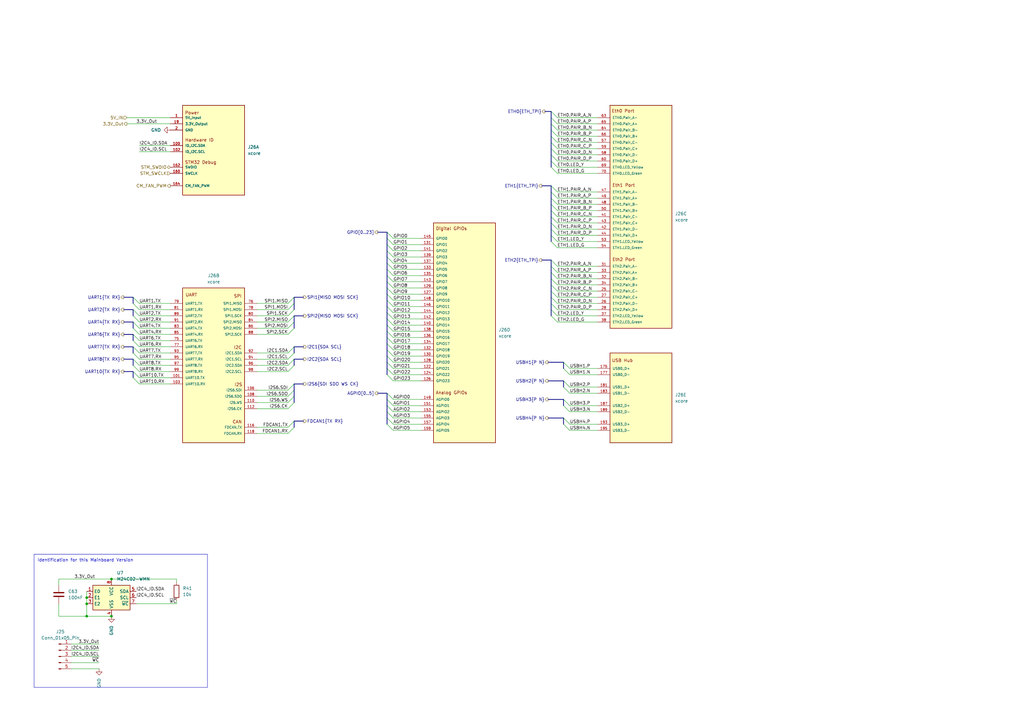
<source format=kicad_sch>
(kicad_sch (version 20231120) (generator "eeschema") (generator_version "8.0")
  (paper "A3")
  (lib_symbols
    (symbol "Connector:Conn_01x05_Pin" (pin_names (offset 1.016) hide)
      (property "Reference" "J" (at 0 7.62 0))
      (property "Value" "Conn_01x05_Pin" (at 0 -7.62 0))
      (symbol "Conn_01x05_Pin_1_1"
        (polyline (pts (xy 1.27 -5.08) (xy 0.8636 -5.08)) (stroke (width 0.1524)))
        (polyline (pts (xy 1.27 -2.54) (xy 0.8636 -2.54)) (stroke (width 0.1524)))
        (polyline (pts (xy 1.27 0) (xy 0.8636 0)) (stroke (width 0.1524)))
        (polyline (pts (xy 1.27 2.54) (xy 0.8636 2.54)) (stroke (width 0.1524)))
        (polyline (pts (xy 1.27 5.08) (xy 0.8636 5.08)) (stroke (width 0.1524)))
        (rectangle (start 0.8636 -4.953) (end 0 -5.207) (stroke (width 0.1524)) (fill (type outline)))
        (rectangle (start 0.8636 -2.413) (end 0 -2.667) (stroke (width 0.1524)) (fill (type outline)))
        (rectangle (start 0.8636 0.127) (end 0 -0.127) (stroke (width 0.1524)) (fill (type outline)))
        (rectangle (start 0.8636 2.667) (end 0 2.413) (stroke (width 0.1524)) (fill (type outline)))
        (rectangle (start 0.8636 5.207) (end 0 4.953) (stroke (width 0.1524)) (fill (type outline)))
        (pin passive line (at 5.08 5.08 180) (length 3.81) (name "Pin_1") (number "1"))
        (pin passive line (at 5.08 2.54 180) (length 3.81) (name "Pin_2") (number "2"))
        (pin passive line (at 5.08 0 180) (length 3.81) (name "Pin_3") (number "3"))
        (pin passive line (at 5.08 -2.54 180) (length 3.81) (name "Pin_4") (number "4"))
        (pin passive line (at 5.08 -5.08 180) (length 3.81) (name "Pin_5") (number "5"))
      )
    )
    (symbol "Device:C" (pin_numbers hide) (pin_names (offset 0.254))
      (property "Reference" "C" (at 0.635 2.54 0))
      (property "Value" "C" (at 0.635 -2.54 0))
      (symbol "C_0_1"
        (polyline (pts (xy -2.032 -0.762) (xy 2.032 -0.762)) (stroke (width 0.508)))
        (polyline (pts (xy -2.032 0.762) (xy 2.032 0.762)) (stroke (width 0.508)))
      )
      (symbol "C_1_1"
        (pin passive line (at 0 3.81 270) (length 2.794) (name "~") (number "1"))
        (pin passive line (at 0 -3.81 90) (length 2.794) (name "~") (number "2"))
      )
    )
    (symbol "Device:R" (pin_numbers hide) (pin_names (offset 0))
      (property "Reference" "R" (at 2.032 0 90))
      (property "Value" "R" (at 0 0 90))
      (symbol "R_0_1"
        (rectangle (start -1.016 -2.54) (end 1.016 2.54) (stroke (width 0.254)))
      )
      (symbol "R_1_1"
        (pin passive line (at 0 3.81 270) (length 1.27) (name "~") (number "1"))
        (pin passive line (at 0 -3.81 90) (length 1.27) (name "~") (number "2"))
      )
    )
    (symbol "Memory_EEPROM:M24C02-WMN"
      (property "Reference" "U" (at -6.35 6.35 0))
      (property "Value" "M24C02-WMN" (at 7.62 6.35 0))
      (symbol "M24C02-WMN_0_1"
        (rectangle (start -7.62 5.08) (end 7.62 -5.08) (stroke (width 0.254)) (fill (type background)))
      )
      (symbol "M24C02-WMN_1_1"
        (pin input line (at -10.16 2.54 0) (length 2.54) (name "E0") (number "1"))
        (pin input line (at -10.16 0 0) (length 2.54) (name "E1") (number "2"))
        (pin input line (at -10.16 -2.54 0) (length 2.54) (name "E2") (number "3"))
        (pin power_in line (at 0 -7.62 90) (length 2.54) (name "VSS") (number "4"))
        (pin bidirectional line (at 10.16 2.54 180) (length 2.54) (name "SDA") (number "5"))
        (pin input line (at 10.16 0 180) (length 2.54) (name "SCL") (number "6"))
        (pin input line (at 10.16 -2.54 180) (length 2.54) (name "~{WC}") (number "7"))
        (pin power_in line (at 0 7.62 270) (length 2.54) (name "VCC") (number "8"))
      )
    )
    (symbol "power:GND" (power) (pin_numbers hide) (pin_names (offset 0) hide)
      (property "Value" "GND" (at 0 -3.81 0))
      (symbol "GND_0_1"
        (polyline (pts (xy 0 0) (xy 0 -1.27) (xy 1.27 -1.27) (xy 0 -2.54) (xy -1.27 -1.27) (xy 0 -1.27)))
      )
      (symbol "GND_1_1"
        (pin power_in line (at 0 0 270) (length 0) (name "~") (number "1"))
      )
    )
    (symbol "xcore:xcore" (pin_names (offset 1.016))
      (property "Reference" "J" (at 86.6103 3.5714 0))
      (property "Value" "xcore" (at -13.97 -21.082 0))
      (symbol "xcore_1_0"
        (rectangle (start -13.97 17.78) (end 11.43 -19.05) (stroke (width 0.254)) (fill (type background)))
        (pin passive line (at -19.05 12.7 0) (length 5.08) (name "5V_Input") (number "1"))
        (pin passive line (at -19.05 7.62 0) (length 5.08) hide (name "GND") (number "10"))
        (pin passive line (at -19.05 1.27 0) (length 5.08) (name "ID_I2C.SDA") (number "100"))
        (pin passive line (at -19.05 -1.27 0) (length 5.08) (name "ID_I2C.SCL") (number "102"))
        (pin passive line (at -19.05 7.62 0) (length 5.08) hide (name "GND") (number "104"))
        (pin passive line (at -19.05 12.7 0) (length 5.08) hide (name "5V_Input") (number "11"))
        (pin passive line (at -19.05 7.62 0) (length 5.08) hide (name "GND") (number "114"))
        (pin passive line (at -19.05 7.62 0) (length 5.08) hide (name "GND") (number "12"))
        (pin passive line (at -19.05 7.62 0) (length 5.08) hide (name "GND") (number "120"))
        (pin passive line (at -19.05 12.7 0) (length 5.08) hide (name "5V_Input") (number "13"))
        (pin passive line (at -19.05 7.62 0) (length 5.08) hide (name "GND") (number "14"))
        (pin passive line (at -19.05 7.62 0) (length 5.08) hide (name "GND") (number "147"))
        (pin passive line (at -19.05 12.7 0) (length 5.08) hide (name "5V_Input") (number "15"))
        (pin passive line (at -19.05 7.62 0) (length 5.08) hide (name "GND") (number "16"))
        (pin passive line (at -19.05 -10.16 0) (length 5.08) (name "SWCLK") (number "160"))
        (pin passive line (at -19.05 -7.62 0) (length 5.08) (name "SWDIO") (number "162"))
        (pin passive line (at -19.05 -15.24 0) (length 5.08) (name "CM_FAN_PWM") (number "164"))
        (pin passive line (at -19.05 7.62 0) (length 5.08) hide (name "GND") (number "168"))
        (pin passive line (at -19.05 12.7 0) (length 5.08) hide (name "5V_Input") (number "17"))
        (pin passive line (at -19.05 7.62 0) (length 5.08) hide (name "GND") (number "173"))
        (pin passive line (at -19.05 7.62 0) (length 5.08) hide (name "GND") (number "174"))
        (pin passive line (at -19.05 7.62 0) (length 5.08) hide (name "GND") (number "179"))
        (pin passive line (at -19.05 7.62 0) (length 5.08) hide (name "GND") (number "18"))
        (pin passive line (at -19.05 7.62 0) (length 5.08) hide (name "GND") (number "180"))
        (pin passive line (at -19.05 7.62 0) (length 5.08) hide (name "GND") (number "185"))
        (pin passive line (at -19.05 7.62 0) (length 5.08) hide (name "GND") (number "186"))
        (pin passive line (at -19.05 10.16 0) (length 5.08) (name "3.3V_Output") (number "19"))
        (pin passive line (at -19.05 7.62 0) (length 5.08) hide (name "GND") (number "191"))
        (pin passive line (at -19.05 7.62 0) (length 5.08) hide (name "GND") (number "192"))
        (pin passive line (at -19.05 7.62 0) (length 5.08) hide (name "GND") (number "197"))
        (pin passive line (at -19.05 7.62 0) (length 5.08) hide (name "GND") (number "198"))
        (pin passive line (at -19.05 7.62 0) (length 5.08) (name "GND") (number "2"))
        (pin no_connect line (at 16.51 11.43 180) (length 5.08) hide (name "P20") (number "20"))
        (pin passive line (at -19.05 7.62 0) (length 5.08) hide (name "GND") (number "203"))
        (pin passive line (at -19.05 7.62 0) (length 5.08) hide (name "GND") (number "204"))
        (pin passive line (at -19.05 10.16 0) (length 5.08) hide (name "3.3V_Output") (number "21"))
        (pin no_connect line (at 16.51 8.89 180) (length 5.08) hide (name "P22") (number "22"))
        (pin passive line (at -19.05 7.62 0) (length 5.08) hide (name "GND") (number "23"))
        (pin passive line (at -19.05 7.62 0) (length 5.08) hide (name "GND") (number "24"))
        (pin passive line (at -19.05 7.62 0) (length 5.08) hide (name "GND") (number "29"))
        (pin passive line (at -19.05 12.7 0) (length 5.08) hide (name "5V_Input") (number "3"))
        (pin passive line (at -19.05 7.62 0) (length 5.08) hide (name "GND") (number "30"))
        (pin passive line (at -19.05 7.62 0) (length 5.08) hide (name "GND") (number "35"))
        (pin passive line (at -19.05 7.62 0) (length 5.08) hide (name "GND") (number "36"))
        (pin passive line (at -19.05 7.62 0) (length 5.08) hide (name "GND") (number "39"))
        (pin passive line (at -19.05 7.62 0) (length 5.08) hide (name "GND") (number "4"))
        (pin passive line (at -19.05 7.62 0) (length 5.08) hide (name "GND") (number "40"))
        (pin passive line (at -19.05 7.62 0) (length 5.08) hide (name "GND") (number "45"))
        (pin passive line (at -19.05 7.62 0) (length 5.08) hide (name "GND") (number "46"))
        (pin passive line (at -19.05 12.7 0) (length 5.08) hide (name "5V_Input") (number "5"))
        (pin passive line (at -19.05 7.62 0) (length 5.08) hide (name "GND") (number "51"))
        (pin passive line (at -19.05 7.62 0) (length 5.08) hide (name "GND") (number "52"))
        (pin passive line (at -19.05 7.62 0) (length 5.08) hide (name "GND") (number "55"))
        (pin passive line (at -19.05 7.62 0) (length 5.08) hide (name "GND") (number "56"))
        (pin passive line (at -19.05 7.62 0) (length 5.08) hide (name "GND") (number "6"))
        (pin passive line (at -19.05 7.62 0) (length 5.08) hide (name "GND") (number "61"))
        (pin passive line (at -19.05 7.62 0) (length 5.08) hide (name "GND") (number "62"))
        (pin passive line (at -19.05 7.62 0) (length 5.08) hide (name "GND") (number "67"))
        (pin passive line (at -19.05 7.62 0) (length 5.08) hide (name "GND") (number "68"))
        (pin passive line (at -19.05 12.7 0) (length 5.08) hide (name "5V_Input") (number "7"))
        (pin passive line (at -19.05 7.62 0) (length 5.08) hide (name "GND") (number "71"))
        (pin passive line (at -19.05 7.62 0) (length 5.08) hide (name "GND") (number "72"))
        (pin passive line (at -19.05 7.62 0) (length 5.08) hide (name "GND") (number "73"))
        (pin passive line (at -19.05 7.62 0) (length 5.08) hide (name "GND") (number "74"))
        (pin passive line (at -19.05 7.62 0) (length 5.08) hide (name "GND") (number "8"))
        (pin passive line (at -19.05 7.62 0) (length 5.08) hide (name "GND") (number "82"))
        (pin passive line (at -19.05 7.62 0) (length 5.08) hide (name "GND") (number "87"))
        (pin passive line (at -19.05 12.7 0) (length 5.08) hide (name "5V_Input") (number "9"))
        (pin passive line (at -19.05 7.62 0) (length 5.08) hide (name "GND") (number "90"))
        (pin passive line (at -19.05 7.62 0) (length 5.08) hide (name "GND") (number "SH1"))
        (pin passive line (at -19.05 7.62 0) (length 5.08) hide (name "GND") (number "SH2"))
      )
      (symbol "xcore_1_1"
        (text "Hardware ID" (at -7.112 3.556 0) (effects (font (size 1.27 1.27))))
        (text "Power" (at -10.16 14.732 0) (effects (font (size 1.27 1.27))))
        (text "STM32 Debug" (at -6.604 -5.588 0) (effects (font (size 1.27 1.27))))
      )
      (symbol "xcore_2_0"
        (rectangle (start -12.7 34.29) (end 12.7 -29.21) (stroke (width 0.254)) (fill (type background)))
        (pin passive line (at -17.78 -2.54 0) (length 5.08) (name "UART10.TX") (number "101"))
        (pin passive line (at -17.78 -5.08 0) (length 5.08) (name "UART10.RX") (number "103"))
        (pin no_connect line (at -1.27 -39.37 0) (length 5.08) hide (name "P105") (number "105"))
        (pin passive line (at 17.78 -7.62 180) (length 5.08) (name "I2S6.SDI") (number "106"))
        (pin no_connect line (at -1.27 -41.91 0) (length 5.08) hide (name "P107") (number "107"))
        (pin passive line (at 17.78 -10.16 180) (length 5.08) (name "I2S6.SDO") (number "108"))
        (pin no_connect line (at -1.27 -44.45 0) (length 5.08) hide (name "P109") (number "109"))
        (pin passive line (at 17.78 -12.7 180) (length 5.08) (name "I26.WS") (number "110"))
        (pin no_connect line (at -1.27 -46.99 0) (length 5.08) hide (name "P111") (number "111"))
        (pin passive line (at 17.78 -15.24 180) (length 5.08) (name "I2S6.CK") (number "112"))
        (pin no_connect line (at -1.27 -49.53 0) (length 5.08) hide (name "P113") (number "113"))
        (pin no_connect line (at -1.27 -52.07 0) (length 5.08) hide (name "P115") (number "115"))
        (pin passive line (at 17.78 -22.86 180) (length 5.08) (name "FDCAN.TX") (number "116"))
        (pin no_connect line (at -1.27 -54.61 0) (length 5.08) hide (name "P117") (number "117"))
        (pin passive line (at 17.78 -25.4 180) (length 5.08) (name "FDCAN.RX") (number "118"))
        (pin no_connect line (at -1.27 -57.15 0) (length 5.08) hide (name "P119") (number "119"))
        (pin no_connect line (at -1.27 -59.69 0) (length 5.08) hide (name "P121") (number "121"))
        (pin no_connect line (at -1.27 -62.23 0) (length 5.08) hide (name "P123") (number "123"))
        (pin no_connect line (at -1.27 -64.77 0) (length 5.08) hide (name "P125") (number "125"))
        (pin no_connect line (at -1.27 -67.31 0) (length 5.08) hide (name "P150") (number "150"))
        (pin no_connect line (at -1.27 -69.85 0) (length 5.08) hide (name "P152") (number "152"))
        (pin no_connect line (at -1.27 -72.39 0) (length 5.08) hide (name "P154") (number "154"))
        (pin no_connect line (at -1.27 -74.93 0) (length 5.08) hide (name "P156") (number "156"))
        (pin no_connect line (at -1.27 -77.47 0) (length 5.08) hide (name "P158") (number "158"))
        (pin no_connect line (at -1.27 -86.36 0) (length 5.08) hide (name "P161") (number "161"))
        (pin no_connect line (at -1.27 -88.9 0) (length 5.08) hide (name "P163") (number "163"))
        (pin no_connect line (at -1.27 -91.44 0) (length 5.08) hide (name "P165") (number "165"))
        (pin no_connect line (at -1.27 -101.6 0) (length 5.08) hide (name "P166") (number "166"))
        (pin no_connect line (at -1.27 -93.98 0) (length 5.08) hide (name "P167") (number "167"))
        (pin no_connect line (at -1.27 -96.52 0) (length 5.08) hide (name "P169") (number "169"))
        (pin no_connect line (at -1.27 -104.14 0) (length 5.08) hide (name "P170") (number "170"))
        (pin no_connect line (at -1.27 -99.06 0) (length 5.08) hide (name "P171") (number "171"))
        (pin no_connect line (at -1.27 -106.68 0) (length 5.08) hide (name "P172") (number "172"))
        (pin no_connect line (at -1.27 -109.22 0) (length 5.08) hide (name "P176") (number "176"))
        (pin no_connect line (at -1.27 -111.76 0) (length 5.08) hide (name "P178") (number "178"))
        (pin no_connect line (at -1.27 -114.3 0) (length 5.08) hide (name "P182") (number "182"))
        (pin no_connect line (at -1.27 -116.84 0) (length 5.08) hide (name "P184") (number "184"))
        (pin no_connect line (at -1.27 -119.38 0) (length 5.08) hide (name "P188") (number "188"))
        (pin no_connect line (at -1.27 -121.92 0) (length 5.08) hide (name "P190") (number "190"))
        (pin no_connect line (at -1.27 -124.46 0) (length 5.08) hide (name "P194") (number "194"))
        (pin no_connect line (at -1.27 -127 0) (length 5.08) hide (name "P196") (number "196"))
        (pin no_connect line (at -1.27 -80.01 0) (length 5.08) hide (name "P199") (number "199"))
        (pin no_connect line (at -1.27 -129.54 0) (length 5.08) hide (name "P200") (number "200"))
        (pin no_connect line (at -1.27 -82.55 0) (length 5.08) hide (name "P201") (number "201"))
        (pin no_connect line (at -1.27 -132.08 0) (length 5.08) hide (name "P202") (number "202"))
        (pin passive line (at -17.78 12.7 0) (length 5.08) (name "UART6.TX") (number "75"))
        (pin passive line (at 17.78 27.94 180) (length 5.08) (name "SPI1.MISO") (number "76"))
        (pin passive line (at -17.78 10.16 0) (length 5.08) (name "UART6.RX") (number "77"))
        (pin passive line (at 17.78 25.4 180) (length 5.08) (name "SPI1.MOSI") (number "78"))
        (pin passive line (at -17.78 27.94 0) (length 5.08) (name "UART1.TX") (number "79"))
        (pin passive line (at 17.78 22.86 180) (length 5.08) (name "SPI1.SCK") (number "80"))
        (pin passive line (at -17.78 25.4 0) (length 5.08) (name "UART1.RX") (number "81"))
        (pin passive line (at -17.78 17.78 0) (length 5.08) (name "UART4.TX") (number "83"))
        (pin passive line (at 17.78 20.32 180) (length 5.08) (name "SPI2.MISO") (number "84"))
        (pin passive line (at -17.78 15.24 0) (length 5.08) (name "UART4.RX") (number "85"))
        (pin passive line (at 17.78 17.78 180) (length 5.08) (name "SPI2.MOSI") (number "86"))
        (pin passive line (at 17.78 15.24 180) (length 5.08) (name "SPI2.SCK") (number "88"))
        (pin passive line (at -17.78 22.86 0) (length 5.08) (name "UART2.TX") (number "89"))
        (pin passive line (at -17.78 20.32 0) (length 5.08) (name "UART2.RX") (number "91"))
        (pin passive line (at 17.78 7.62 180) (length 5.08) (name "I2C1.SDA") (number "92"))
        (pin passive line (at -17.78 7.62 0) (length 5.08) (name "UART7.TX") (number "93"))
        (pin passive line (at 17.78 5.08 180) (length 5.08) (name "I2C1.SCL") (number "94"))
        (pin passive line (at -17.78 5.08 0) (length 5.08) (name "UART7.RX") (number "95"))
        (pin passive line (at 17.78 2.54 180) (length 5.08) (name "I2C2.SDA") (number "96"))
        (pin passive line (at -17.78 2.54 0) (length 5.08) (name "UART8.TX") (number "97"))
        (pin passive line (at 17.78 0 180) (length 5.08) (name "I2C2.SCL") (number "98"))
        (pin passive line (at -17.78 0 0) (length 5.08) (name "UART8.RX") (number "99"))
      )
      (symbol "xcore_2_1"
        (text "CAN" (at 9.652 -20.574 0) (effects (font (size 1.27 1.27))))
        (text "I2C" (at 9.906 9.906 0) (effects (font (size 1.27 1.27))))
        (text "I2S" (at 10.16 -5.334 0) (effects (font (size 1.27 1.27))))
        (text "SPI" (at 9.906 30.988 0) (effects (font (size 1.27 1.27))))
        (text "UART" (at -9.144 31.496 0) (effects (font (size 1.27 1.27))))
      )
      (symbol "xcore_3_0"
        (rectangle (start -13.97 48.26) (end 11.43 -43.18) (stroke (width 0.254)) (fill (type background)))
        (pin passive line (at -19.05 -27.94 0) (length 5.08) (name "ETH2.Pair_C-") (number "25"))
        (pin passive line (at -19.05 -33.02 0) (length 5.08) (name "ETH2.Pair_D-") (number "26"))
        (pin passive line (at -19.05 -30.48 0) (length 5.08) (name "ETH2.Pair_C+") (number "27"))
        (pin passive line (at -19.05 -35.56 0) (length 5.08) (name "ETH2.Pair_D+") (number "28"))
        (pin passive line (at -19.05 -17.78 0) (length 5.08) (name "ETH2.Pair_A-") (number "31"))
        (pin passive line (at -19.05 -22.86 0) (length 5.08) (name "ETH2.Pair_B-") (number "32"))
        (pin passive line (at -19.05 -20.32 0) (length 5.08) (name "ETH2.Pair_A+") (number "33"))
        (pin passive line (at -19.05 -25.4 0) (length 5.08) (name "ETH2.Pair_B+") (number "34"))
        (pin passive line (at -19.05 -38.1 0) (length 5.08) (name "ETH2.LED_Yellow") (number "37"))
        (pin passive line (at -19.05 -40.64 0) (length 5.08) (name "ETH2.LED_Green") (number "38"))
        (pin passive line (at -19.05 2.54 0) (length 5.08) (name "ETH1.Pair_C-") (number "41"))
        (pin passive line (at -19.05 -2.54 0) (length 5.08) (name "ETH1.Pair_D-") (number "42"))
        (pin passive line (at -19.05 0 0) (length 5.08) (name "ETH1.Pair_C+") (number "43"))
        (pin passive line (at -19.05 -5.08 0) (length 5.08) (name "ETH1.Pair_D+") (number "44"))
        (pin passive line (at -19.05 12.7 0) (length 5.08) (name "ETH1.Pair_A-") (number "47"))
        (pin passive line (at -19.05 7.62 0) (length 5.08) (name "ETH1.Pair_B-") (number "48"))
        (pin passive line (at -19.05 10.16 0) (length 5.08) (name "ETH1.Pair_A+") (number "49"))
        (pin passive line (at -19.05 5.08 0) (length 5.08) (name "ETH1.Pair_B+") (number "50"))
        (pin passive line (at -19.05 -7.62 0) (length 5.08) (name "ETH1.LED_Yellow") (number "53"))
        (pin passive line (at -19.05 -10.16 0) (length 5.08) (name "ETH1.LED_Green") (number "54"))
        (pin passive line (at -19.05 33.02 0) (length 5.08) (name "ETH0.Pair_C-") (number "57"))
        (pin passive line (at -19.05 27.94 0) (length 5.08) (name "ETH0.Pair_D-") (number "58"))
        (pin passive line (at -19.05 30.48 0) (length 5.08) (name "ETH0.Pair_C+") (number "59"))
        (pin passive line (at -19.05 25.4 0) (length 5.08) (name "ETH0.Pair_D+") (number "60"))
        (pin passive line (at -19.05 43.18 0) (length 5.08) (name "ETH0.Pair_A-") (number "63"))
        (pin passive line (at -19.05 38.1 0) (length 5.08) (name "ETH0.Pair_B-") (number "64"))
        (pin passive line (at -19.05 40.64 0) (length 5.08) (name "ETH0.Pair_A+") (number "65"))
        (pin passive line (at -19.05 35.56 0) (length 5.08) (name "ETH0.Pair_B+") (number "66"))
        (pin passive line (at -19.05 22.86 0) (length 5.08) (name "ETH0.LED_Yellow") (number "69"))
        (pin passive line (at -19.05 20.32 0) (length 5.08) (name "ETH0.LED_Green") (number "70"))
      )
      (symbol "xcore_3_1"
        (text "Eth0 Port" (at -8.636 45.974 0) (effects (font (size 1.27 1.27))))
        (text "Eth1 Port" (at -8.382 15.494 0) (effects (font (size 1.27 1.27))))
        (text "Eth2 Port" (at -8.382 -14.986 0) (effects (font (size 1.27 1.27))))
      )
      (symbol "xcore_4_0"
        (rectangle (start -15.24 48.26) (end 10.16 -41.91) (stroke (width 0.254)) (fill (type background)))
        (pin passive line (at -20.32 -11.43 0) (length 5.08) (name "GPIO21") (number "122"))
        (pin passive line (at -20.32 -13.97 0) (length 5.08) (name "GPIO22") (number "124"))
        (pin passive line (at -20.32 -16.51 0) (length 5.08) (name "GPIO23") (number "126"))
        (pin passive line (at -20.32 19.05 0) (length 5.08) (name "GPIO9") (number "127"))
        (pin passive line (at -20.32 -8.89 0) (length 5.08) (name "GPIO20") (number "128"))
        (pin passive line (at -20.32 21.59 0) (length 5.08) (name "GPIO8") (number "129"))
        (pin passive line (at -20.32 -6.35 0) (length 5.08) (name "GPIO19") (number "130"))
        (pin passive line (at -20.32 39.37 0) (length 5.08) (name "GPIO1") (number "131"))
        (pin passive line (at -20.32 -3.81 0) (length 5.08) (name "GPIO18") (number "132"))
        (pin passive line (at -20.32 29.21 0) (length 5.08) (name "GPIO5") (number "133"))
        (pin passive line (at -20.32 -1.27 0) (length 5.08) (name "GPIO17") (number "134"))
        (pin passive line (at -20.32 26.67 0) (length 5.08) (name "GPIO6") (number "135"))
        (pin passive line (at -20.32 1.27 0) (length 5.08) (name "GPIO16") (number "136"))
        (pin passive line (at -20.32 31.75 0) (length 5.08) (name "GPIO4") (number "137"))
        (pin passive line (at -20.32 3.81 0) (length 5.08) (name "GPIO15") (number "138"))
        (pin passive line (at -20.32 34.29 0) (length 5.08) (name "GPIO3") (number "139"))
        (pin passive line (at -20.32 6.35 0) (length 5.08) (name "GPIO14") (number "140"))
        (pin passive line (at -20.32 36.83 0) (length 5.08) (name "GPIO2") (number "141"))
        (pin passive line (at -20.32 8.89 0) (length 5.08) (name "GPIO13") (number "142"))
        (pin passive line (at -20.32 24.13 0) (length 5.08) (name "GPIO7") (number "143"))
        (pin passive line (at -20.32 11.43 0) (length 5.08) (name "GPIO12") (number "144"))
        (pin passive line (at -20.32 41.91 0) (length 5.08) (name "GPIO0") (number "145"))
        (pin passive line (at -20.32 13.97 0) (length 5.08) (name "GPIO11") (number "146"))
        (pin passive line (at -20.32 16.51 0) (length 5.08) (name "GPIO10") (number "148"))
        (pin passive line (at -20.32 -24.13 0) (length 5.08) (name "AGPIO0") (number "149"))
        (pin passive line (at -20.32 -26.67 0) (length 5.08) (name "AGPIO1") (number "151"))
        (pin passive line (at -20.32 -29.21 0) (length 5.08) (name "AGPIO2") (number "153"))
        (pin passive line (at -20.32 -31.75 0) (length 5.08) (name "AGPIO3") (number "155"))
        (pin passive line (at -20.32 -34.29 0) (length 5.08) (name "AGPIO4") (number "157"))
        (pin passive line (at -20.32 -36.83 0) (length 5.08) (name "AGPIO5") (number "159"))
      )
      (symbol "xcore_4_1"
        (text "Analog GPIOs" (at -7.874 -21.336 0) (effects (font (size 1.27 1.27))))
        (text "Digital GPIOs" (at -7.874 45.974 0) (effects (font (size 1.27 1.27))))
      )
      (symbol "xcore_5_0"
        (rectangle (start -12.7 7.62) (end 12.7 -29.21) (stroke (width 0.254)) (fill (type background)))
        (pin passive line (at -17.78 1.27 0) (length 5.08) (name "USB0_D+") (number "175"))
        (pin passive line (at -17.78 -1.27 0) (length 5.08) (name "USB0_D-") (number "177"))
        (pin passive line (at -17.78 -6.35 0) (length 5.08) (name "USB1_D+") (number "181"))
        (pin passive line (at -17.78 -8.89 0) (length 5.08) (name "USB1_D-") (number "183"))
        (pin passive line (at -17.78 -13.97 0) (length 5.08) (name "USB2_D+") (number "187"))
        (pin passive line (at -17.78 -16.51 0) (length 5.08) (name "USB2_D-") (number "189"))
        (pin passive line (at -17.78 -21.59 0) (length 5.08) (name "USB3_D+") (number "193"))
        (pin passive line (at -17.78 -24.13 0) (length 5.08) (name "USB3_D-") (number "195"))
      )
      (symbol "xcore_5_1"
        (text "USB Hub" (at -7.62 4.572 0) (effects (font (size 1.27 1.27))))
      )
    )
  )
  (junction (at 45.72 237.49))
  (junction (at 35.56 252.73))
  (junction (at 35.56 247.65))
  (junction (at 45.72 252.73))
  (junction (at 35.56 245.11))
  (bus_entry (at 233.68 168.91) (size -2.54 -2.54))
  (bus_entry (at 158.75 161.29) (size 2.54 2.54))
  (bus_entry (at 120.65 129.54) (size -2.54 2.54))
  (bus_entry (at 233.68 151.13) (size -2.54 -2.54))
  (bus_entry (at 226.06 114.3) (size 2.54 2.54))
  (bus_entry (at 161.29 125.73) (size -2.54 -2.54))
  (bus_entry (at 161.29 130.81) (size -2.54 -2.54))
  (bus_entry (at 161.29 140.97) (size -2.54 -2.54))
  (bus_entry (at 120.65 144.78) (size -2.54 2.54))
  (bus_entry (at 233.68 173.99) (size -2.54 -2.54))
  (bus_entry (at 161.29 135.89) (size -2.54 -2.54))
  (bus_entry (at 161.29 115.57) (size -2.54 -2.54))
  (bus_entry (at 226.06 66.04) (size 2.54 2.54))
  (bus_entry (at 54.61 154.94) (size 2.54 2.54))
  (bus_entry (at 158.75 173.99) (size 2.54 2.54))
  (bus_entry (at 54.61 121.92) (size 2.54 2.54))
  (bus_entry (at 226.06 119.38) (size 2.54 2.54))
  (bus_entry (at 54.61 144.78) (size 2.54 2.54))
  (bus_entry (at 120.65 160.02) (size -2.54 2.54))
  (bus_entry (at 120.65 147.32) (size -2.54 2.54))
  (bus_entry (at 120.65 124.46) (size -2.54 2.54))
  (bus_entry (at 226.06 68.58) (size 2.54 2.54))
  (bus_entry (at 158.75 163.83) (size 2.54 2.54))
  (bus_entry (at 226.06 63.5) (size 2.54 2.54))
  (bus_entry (at 233.68 176.53) (size -2.54 -2.54))
  (bus_entry (at 120.65 157.48) (size -2.54 2.54))
  (bus_entry (at 120.65 121.92) (size -2.54 2.54))
  (bus_entry (at 226.06 129.54) (size 2.54 2.54))
  (bus_entry (at 54.61 149.86) (size 2.54 2.54))
  (bus_entry (at 54.61 129.54) (size 2.54 2.54))
  (bus_entry (at 161.29 100.33) (size -2.54 -2.54))
  (bus_entry (at 161.29 146.05) (size -2.54 -2.54))
  (bus_entry (at 161.29 107.95) (size -2.54 -2.54))
  (bus_entry (at 161.29 128.27) (size -2.54 -2.54))
  (bus_entry (at 54.61 147.32) (size 2.54 2.54))
  (bus_entry (at 158.75 168.91) (size 2.54 2.54))
  (bus_entry (at 54.61 132.08) (size 2.54 2.54))
  (bus_entry (at 226.06 121.92) (size 2.54 2.54))
  (bus_entry (at 120.65 172.72) (size -2.54 2.54))
  (bus_entry (at 158.75 166.37) (size 2.54 2.54))
  (bus_entry (at 226.06 127) (size 2.54 2.54))
  (bus_entry (at 226.06 45.72) (size 2.54 2.54))
  (bus_entry (at 226.06 53.34) (size 2.54 2.54))
  (bus_entry (at 226.06 83.82) (size 2.54 2.54))
  (bus_entry (at 120.65 132.08) (size -2.54 2.54))
  (bus_entry (at 226.06 91.44) (size 2.54 2.54))
  (bus_entry (at 226.06 58.42) (size 2.54 2.54))
  (bus_entry (at 226.06 88.9) (size 2.54 2.54))
  (bus_entry (at 120.65 162.56) (size -2.54 2.54))
  (bus_entry (at 233.68 166.37) (size -2.54 -2.54))
  (bus_entry (at 54.61 124.46) (size 2.54 2.54))
  (bus_entry (at 161.29 151.13) (size -2.54 -2.54))
  (bus_entry (at 226.06 48.26) (size 2.54 2.54))
  (bus_entry (at 161.29 156.21) (size -2.54 -2.54))
  (bus_entry (at 161.29 118.11) (size -2.54 -2.54))
  (bus_entry (at 161.29 138.43) (size -2.54 -2.54))
  (bus_entry (at 161.29 110.49) (size -2.54 -2.54))
  (bus_entry (at 226.06 78.74) (size 2.54 2.54))
  (bus_entry (at 233.68 158.75) (size -2.54 -2.54))
  (bus_entry (at 120.65 142.24) (size -2.54 2.54))
  (bus_entry (at 226.06 81.28) (size 2.54 2.54))
  (bus_entry (at 54.61 127) (size 2.54 2.54))
  (bus_entry (at 226.06 109.22) (size 2.54 2.54))
  (bus_entry (at 226.06 106.68) (size 2.54 2.54))
  (bus_entry (at 226.06 93.98) (size 2.54 2.54))
  (bus_entry (at 54.61 142.24) (size 2.54 2.54))
  (bus_entry (at 226.06 55.88) (size 2.54 2.54))
  (bus_entry (at 233.68 161.29) (size -2.54 -2.54))
  (bus_entry (at 226.06 124.46) (size 2.54 2.54))
  (bus_entry (at 226.06 99.06) (size 2.54 2.54))
  (bus_entry (at 161.29 123.19) (size -2.54 -2.54))
  (bus_entry (at 161.29 148.59) (size -2.54 -2.54))
  (bus_entry (at 158.75 171.45) (size 2.54 2.54))
  (bus_entry (at 161.29 97.79) (size -2.54 -2.54))
  (bus_entry (at 120.65 165.1) (size -2.54 2.54))
  (bus_entry (at 161.29 120.65) (size -2.54 -2.54))
  (bus_entry (at 120.65 175.26) (size -2.54 2.54))
  (bus_entry (at 161.29 153.67) (size -2.54 -2.54))
  (bus_entry (at 54.61 152.4) (size 2.54 2.54))
  (bus_entry (at 161.29 113.03) (size -2.54 -2.54))
  (bus_entry (at 54.61 137.16) (size 2.54 2.54))
  (bus_entry (at 226.06 60.96) (size 2.54 2.54))
  (bus_entry (at 226.06 111.76) (size 2.54 2.54))
  (bus_entry (at 161.29 105.41) (size -2.54 -2.54))
  (bus_entry (at 161.29 133.35) (size -2.54 -2.54))
  (bus_entry (at 120.65 149.86) (size -2.54 2.54))
  (bus_entry (at 161.29 143.51) (size -2.54 -2.54))
  (bus_entry (at 226.06 76.2) (size 2.54 2.54))
  (bus_entry (at 233.68 153.67) (size -2.54 -2.54))
  (bus_entry (at 120.65 134.62) (size -2.54 2.54))
  (bus_entry (at 161.29 102.87) (size -2.54 -2.54))
  (bus_entry (at 226.06 50.8) (size 2.54 2.54))
  (bus_entry (at 226.06 96.52) (size 2.54 2.54))
  (bus_entry (at 54.61 139.7) (size 2.54 2.54))
  (bus_entry (at 120.65 127) (size -2.54 2.54))
  (bus_entry (at 226.06 86.36) (size 2.54 2.54))
  (bus_entry (at 54.61 134.62) (size 2.54 2.54))
  (bus_entry (at 226.06 116.84) (size 2.54 2.54))
  (bus (pts (xy 226.06 114.3) (xy 226.06 116.84)))
  (bus (pts (xy 158.75 161.29) (xy 158.75 163.83)))
  (bus (pts (xy 226.06 127) (xy 226.06 129.54)))
  (bus (pts (xy 158.75 100.33) (xy 158.75 102.87)))
  (wire (pts (xy 161.29 102.87) (xy 172.72 102.87)))
  (bus (pts (xy 158.75 133.35) (xy 158.75 135.89)))
  (bus (pts (xy 124.46 157.48) (xy 120.65 157.48)))
  (wire (pts (xy 57.15 124.46) (xy 69.85 124.46)))
  (wire (pts (xy 105.41 124.46) (xy 118.11 124.46)))
  (bus (pts (xy 226.06 55.88) (xy 226.06 58.42)))
  (wire (pts (xy 228.6 124.46) (xy 245.11 124.46)))
  (wire (pts (xy 105.41 134.62) (xy 118.11 134.62)))
  (bus (pts (xy 226.06 86.36) (xy 226.06 88.9)))
  (bus (pts (xy 54.61 152.4) (xy 54.61 154.94)))
  (wire (pts (xy 172.72 125.73) (xy 161.29 125.73)))
  (bus (pts (xy 124.46 121.92) (xy 120.65 121.92)))
  (wire (pts (xy 228.6 83.82) (xy 245.11 83.82)))
  (bus (pts (xy 120.65 147.32) (xy 120.65 149.86)))
  (wire (pts (xy 40.64 269.24) (xy 29.21 269.24)))
  (bus (pts (xy 158.75 148.59) (xy 158.75 151.13)))
  (wire (pts (xy 57.15 142.24) (xy 69.85 142.24)))
  (wire (pts (xy 105.41 127) (xy 118.11 127)))
  (wire (pts (xy 105.41 129.54) (xy 118.11 129.54)))
  (wire (pts (xy 245.11 158.75) (xy 233.68 158.75)))
  (wire (pts (xy 105.41 132.08) (xy 118.11 132.08)))
  (bus (pts (xy 158.75 115.57) (xy 158.75 118.11)))
  (bus (pts (xy 54.61 147.32) (xy 54.61 149.86)))
  (bus (pts (xy 120.65 121.92) (xy 120.65 124.46)))
  (wire (pts (xy 228.6 132.08) (xy 245.11 132.08)))
  (wire (pts (xy 228.6 111.76) (xy 245.11 111.76)))
  (wire (pts (xy 228.6 119.38) (xy 245.11 119.38)))
  (wire (pts (xy 245.11 166.37) (xy 233.68 166.37)))
  (wire (pts (xy 40.64 271.78) (xy 29.21 271.78)))
  (wire (pts (xy 228.6 48.26) (xy 245.11 48.26)))
  (wire (pts (xy 161.29 173.99) (xy 172.72 173.99)))
  (bus (pts (xy 226.06 63.5) (xy 226.06 66.04)))
  (wire (pts (xy 228.6 50.8) (xy 245.11 50.8)))
  (wire (pts (xy 161.29 163.83) (xy 172.72 163.83)))
  (wire (pts (xy 228.6 114.3) (xy 245.11 114.3)))
  (bus (pts (xy 158.75 171.45) (xy 158.75 173.99)))
  (bus (pts (xy 120.65 172.72) (xy 120.65 175.26)))
  (bus (pts (xy 54.61 137.16) (xy 54.61 139.7)))
  (wire (pts (xy 105.41 165.1) (xy 118.11 165.1)))
  (wire (pts (xy 105.41 162.56) (xy 118.11 162.56)))
  (bus (pts (xy 50.8 147.32) (xy 54.61 147.32)))
  (wire (pts (xy 161.29 171.45) (xy 172.72 171.45)))
  (wire (pts (xy 40.64 264.16) (xy 29.21 264.16)))
  (wire (pts (xy 57.15 149.86) (xy 69.85 149.86)))
  (bus (pts (xy 226.06 124.46) (xy 226.06 127)))
  (bus (pts (xy 226.06 53.34) (xy 226.06 55.88)))
  (wire (pts (xy 24.13 237.49) (xy 24.13 240.03)))
  (wire (pts (xy 57.15 132.08) (xy 69.85 132.08)))
  (wire (pts (xy 45.72 237.49) (xy 24.13 237.49)))
  (wire (pts (xy 172.72 138.43) (xy 161.29 138.43)))
  (bus (pts (xy 158.75 120.65) (xy 158.75 123.19)))
  (wire (pts (xy 172.72 143.51) (xy 161.29 143.51)))
  (bus (pts (xy 124.46 142.24) (xy 120.65 142.24)))
  (wire (pts (xy 228.6 116.84) (xy 245.11 116.84)))
  (wire (pts (xy 57.15 129.54) (xy 69.85 129.54)))
  (wire (pts (xy 228.6 68.58) (xy 245.11 68.58)))
  (wire (pts (xy 57.15 134.62) (xy 69.85 134.62)))
  (bus (pts (xy 54.61 142.24) (xy 54.61 144.78)))
  (bus (pts (xy 50.8 137.16) (xy 54.61 137.16)))
  (wire (pts (xy 161.29 120.65) (xy 172.72 120.65)))
  (wire (pts (xy 24.13 247.65) (xy 24.13 252.73)))
  (bus (pts (xy 120.65 157.48) (xy 120.65 160.02)))
  (wire (pts (xy 57.15 137.16) (xy 69.85 137.16)))
  (wire (pts (xy 228.6 99.06) (xy 245.11 99.06)))
  (wire (pts (xy 161.29 156.21) (xy 172.72 156.21)))
  (wire (pts (xy 72.39 238.76) (xy 72.39 237.49)))
  (wire (pts (xy 161.29 107.95) (xy 172.72 107.95)))
  (bus (pts (xy 226.06 106.68) (xy 226.06 109.22)))
  (bus (pts (xy 226.06 76.2) (xy 226.06 78.74)))
  (bus (pts (xy 226.06 66.04) (xy 226.06 68.58)))
  (wire (pts (xy 52.07 50.8) (xy 69.85 50.8)))
  (bus (pts (xy 231.14 148.59) (xy 231.14 151.13)))
  (bus (pts (xy 158.75 95.25) (xy 158.75 97.79)))
  (wire (pts (xy 172.72 130.81) (xy 161.29 130.81)))
  (wire (pts (xy 161.29 176.53) (xy 172.72 176.53)))
  (wire (pts (xy 57.15 147.32) (xy 69.85 147.32)))
  (wire (pts (xy 172.72 146.05) (xy 161.29 146.05)))
  (bus (pts (xy 50.8 127) (xy 54.61 127)))
  (wire (pts (xy 161.29 113.03) (xy 172.72 113.03)))
  (bus (pts (xy 124.46 172.72) (xy 120.65 172.72)))
  (bus (pts (xy 158.75 110.49) (xy 158.75 113.03)))
  (bus (pts (xy 154.94 95.25) (xy 158.75 95.25)))
  (wire (pts (xy 72.39 247.65) (xy 72.39 246.38)))
  (wire (pts (xy 228.6 109.22) (xy 245.11 109.22)))
  (wire (pts (xy 228.6 127) (xy 245.11 127)))
  (bus (pts (xy 224.79 148.59) (xy 231.14 148.59)))
  (wire (pts (xy 245.11 151.13) (xy 233.68 151.13)))
  (bus (pts (xy 50.8 142.24) (xy 54.61 142.24)))
  (bus (pts (xy 226.06 96.52) (xy 226.06 99.06)))
  (bus (pts (xy 120.65 160.02) (xy 120.65 162.56)))
  (bus (pts (xy 54.61 121.92) (xy 54.61 124.46)))
  (bus (pts (xy 154.94 161.29) (xy 158.75 161.29)))
  (bus (pts (xy 158.75 168.91) (xy 158.75 171.45)))
  (wire (pts (xy 35.56 247.65) (xy 35.56 252.73)))
  (bus (pts (xy 120.65 124.46) (xy 120.65 127)))
  (bus (pts (xy 226.06 109.22) (xy 226.06 111.76)))
  (wire (pts (xy 228.6 58.42) (xy 245.11 58.42)))
  (bus (pts (xy 120.65 162.56) (xy 120.65 165.1)))
  (bus (pts (xy 158.75 140.97) (xy 158.75 143.51)))
  (bus (pts (xy 226.06 50.8) (xy 226.06 53.34)))
  (bus (pts (xy 54.61 127) (xy 54.61 129.54)))
  (bus (pts (xy 224.79 171.45) (xy 231.14 171.45)))
  (wire (pts (xy 228.6 101.6) (xy 245.11 101.6)))
  (wire (pts (xy 72.39 237.49) (xy 45.72 237.49)))
  (wire (pts (xy 245.11 176.53) (xy 233.68 176.53)))
  (bus (pts (xy 226.06 91.44) (xy 226.06 93.98)))
  (wire (pts (xy 228.6 60.96) (xy 245.11 60.96)))
  (wire (pts (xy 57.15 62.23) (xy 69.85 62.23)))
  (bus (pts (xy 226.06 58.42) (xy 226.06 60.96)))
  (bus (pts (xy 226.06 119.38) (xy 226.06 121.92)))
  (wire (pts (xy 35.56 252.73) (xy 45.72 252.73)))
  (wire (pts (xy 105.41 149.86) (xy 118.11 149.86)))
  (wire (pts (xy 57.15 152.4) (xy 69.85 152.4)))
  (bus (pts (xy 226.06 111.76) (xy 226.06 114.3)))
  (wire (pts (xy 161.29 118.11) (xy 172.72 118.11)))
  (bus (pts (xy 124.46 147.32) (xy 120.65 147.32)))
  (wire (pts (xy 245.11 161.29) (xy 233.68 161.29)))
  (bus (pts (xy 223.52 45.72) (xy 226.06 45.72)))
  (bus (pts (xy 226.06 83.82) (xy 226.06 86.36)))
  (wire (pts (xy 105.41 137.16) (xy 118.11 137.16)))
  (bus (pts (xy 158.75 135.89) (xy 158.75 138.43)))
  (bus (pts (xy 158.75 130.81) (xy 158.75 133.35)))
  (wire (pts (xy 161.29 110.49) (xy 172.72 110.49)))
  (wire (pts (xy 35.56 245.11) (xy 35.56 247.65)))
  (wire (pts (xy 172.72 133.35) (xy 161.29 133.35)))
  (bus (pts (xy 158.75 113.03) (xy 158.75 115.57)))
  (bus (pts (xy 158.75 107.95) (xy 158.75 110.49)))
  (wire (pts (xy 228.6 96.52) (xy 245.11 96.52)))
  (wire (pts (xy 228.6 78.74) (xy 245.11 78.74)))
  (wire (pts (xy 245.11 153.67) (xy 233.68 153.67)))
  (bus (pts (xy 226.06 121.92) (xy 226.06 124.46)))
  (bus (pts (xy 222.25 76.2) (xy 226.06 76.2)))
  (wire (pts (xy 228.6 81.28) (xy 245.11 81.28)))
  (bus (pts (xy 158.75 166.37) (xy 158.75 168.91)))
  (bus (pts (xy 120.65 132.08) (xy 120.65 134.62)))
  (wire (pts (xy 228.6 93.98) (xy 245.11 93.98)))
  (wire (pts (xy 105.41 144.78) (xy 118.11 144.78)))
  (bus (pts (xy 50.8 132.08) (xy 54.61 132.08)))
  (wire (pts (xy 245.11 173.99) (xy 233.68 173.99)))
  (wire (pts (xy 228.6 53.34) (xy 245.11 53.34)))
  (wire (pts (xy 57.15 144.78) (xy 69.85 144.78)))
  (bus (pts (xy 226.06 93.98) (xy 226.06 96.52)))
  (bus (pts (xy 120.65 142.24) (xy 120.65 144.78)))
  (wire (pts (xy 105.41 177.8) (xy 118.11 177.8)))
  (bus (pts (xy 50.8 152.4) (xy 54.61 152.4)))
  (wire (pts (xy 228.6 63.5) (xy 245.11 63.5)))
  (wire (pts (xy 57.15 154.94) (xy 69.85 154.94)))
  (wire (pts (xy 40.64 266.7) (xy 29.21 266.7)))
  (bus (pts (xy 226.06 78.74) (xy 226.06 81.28)))
  (wire (pts (xy 161.29 100.33) (xy 172.72 100.33)))
  (bus (pts (xy 222.25 106.68) (xy 226.06 106.68)))
  (wire (pts (xy 245.11 168.91) (xy 233.68 168.91)))
  (wire (pts (xy 57.15 157.48) (xy 69.85 157.48)))
  (bus (pts (xy 120.65 129.54) (xy 120.65 132.08)))
  (bus (pts (xy 158.75 102.87) (xy 158.75 105.41)))
  (wire (pts (xy 161.29 151.13) (xy 172.72 151.13)))
  (wire (pts (xy 105.41 175.26) (xy 118.11 175.26)))
  (wire (pts (xy 105.41 167.64) (xy 118.11 167.64)))
  (wire (pts (xy 57.15 59.69) (xy 69.85 59.69)))
  (wire (pts (xy 105.41 147.32) (xy 118.11 147.32)))
  (bus (pts (xy 224.79 156.21) (xy 231.14 156.21)))
  (wire (pts (xy 161.29 166.37) (xy 172.72 166.37)))
  (bus (pts (xy 158.75 138.43) (xy 158.75 140.97)))
  (wire (pts (xy 35.56 242.57) (xy 35.56 245.11)))
  (bus (pts (xy 224.79 163.83) (xy 231.14 163.83)))
  (wire (pts (xy 57.15 139.7) (xy 69.85 139.7)))
  (bus (pts (xy 231.14 171.45) (xy 231.14 173.99)))
  (wire (pts (xy 228.6 86.36) (xy 245.11 86.36)))
  (wire (pts (xy 161.29 168.91) (xy 172.72 168.91)))
  (wire (pts (xy 228.6 55.88) (xy 245.11 55.88)))
  (bus (pts (xy 226.06 48.26) (xy 226.06 50.8)))
  (wire (pts (xy 161.29 97.79) (xy 172.72 97.79)))
  (bus (pts (xy 158.75 163.83) (xy 158.75 166.37)))
  (bus (pts (xy 50.8 121.92) (xy 54.61 121.92)))
  (wire (pts (xy 228.6 91.44) (xy 245.11 91.44)))
  (wire (pts (xy 161.29 115.57) (xy 172.72 115.57)))
  (bus (pts (xy 158.75 125.73) (xy 158.75 128.27)))
  (wire (pts (xy 228.6 66.04) (xy 245.11 66.04)))
  (bus (pts (xy 158.75 123.19) (xy 158.75 125.73)))
  (wire (pts (xy 172.72 128.27) (xy 161.29 128.27)))
  (bus (pts (xy 226.06 45.72) (xy 226.06 48.26)))
  (wire (pts (xy 172.72 123.19) (xy 161.29 123.19)))
  (wire (pts (xy 172.72 140.97) (xy 161.29 140.97)))
  (bus (pts (xy 231.14 156.21) (xy 231.14 158.75)))
  (bus (pts (xy 226.06 116.84) (xy 226.06 119.38)))
  (bus (pts (xy 226.06 81.28) (xy 226.06 83.82)))
  (bus (pts (xy 158.75 146.05) (xy 158.75 148.59)))
  (bus (pts (xy 158.75 151.13) (xy 158.75 153.67)))
  (wire (pts (xy 161.29 153.67) (xy 172.72 153.67)))
  (wire (pts (xy 55.88 247.65) (xy 72.39 247.65)))
  (wire (pts (xy 105.41 152.4) (xy 118.11 152.4)))
  (wire (pts (xy 161.29 105.41) (xy 172.72 105.41)))
  (bus (pts (xy 231.14 163.83) (xy 231.14 166.37)))
  (wire (pts (xy 172.72 148.59) (xy 161.29 148.59)))
  (wire (pts (xy 52.07 48.26) (xy 69.85 48.26)))
  (bus (pts (xy 158.75 97.79) (xy 158.75 100.33)))
  (bus (pts (xy 158.75 105.41) (xy 158.75 107.95)))
  (bus (pts (xy 158.75 118.11) (xy 158.75 120.65)))
  (bus (pts (xy 124.46 129.54) (xy 120.65 129.54)))
  (wire (pts (xy 24.13 252.73) (xy 35.56 252.73)))
  (wire (pts (xy 228.6 121.92) (xy 245.11 121.92)))
  (wire (pts (xy 105.41 160.02) (xy 118.11 160.02)))
  (bus (pts (xy 158.75 128.27) (xy 158.75 130.81)))
  (wire (pts (xy 228.6 129.54) (xy 245.11 129.54)))
  (bus (pts (xy 226.06 60.96) (xy 226.06 63.5)))
  (wire (pts (xy 57.15 127) (xy 69.85 127)))
  (bus (pts (xy 226.06 88.9) (xy 226.06 91.44)))
  (wire (pts (xy 172.72 135.89) (xy 161.29 135.89)))
  (bus (pts (xy 54.61 132.08) (xy 54.61 134.62)))
  (wire (pts (xy 40.64 274.32) (xy 29.21 274.32)))
  (wire (pts (xy 228.6 71.12) (xy 245.11 71.12)))
  (wire (pts (xy 228.6 88.9) (xy 245.11 88.9)))
  (bus (pts (xy 158.75 143.51) (xy 158.75 146.05)))
  (rectangle (start 13.97 227.33) (end 85.09 281.94))
  (text "Identification for this Mainboard Version" (at 35.052 229.87 0) (effects (font (size 1.27 1.27))))
  (label "ETH1.PAIR_B_N" (at 228.6 83.82 0))
  (label "ETH2.PAIR_A_N" (at 228.6 109.22 0))
  (label "GPIO20" (at 161.29 148.59 0))
  (label "USBH4.N" (at 233.68 176.53 0))
  (label "UART6.TX" (at 57.15 139.7 0))
  (label "SPI1.MISO" (at 118.11 124.46 180))
  (label "ETH1.PAIR_C_N" (at 228.6 88.9 0))
  (label "ETH0.LED_G" (at 228.6 71.12 0))
  (label "UART4.RX" (at 57.15 137.16 0))
  (label "GPIO11" (at 161.29 125.73 0))
  (label "GPIO0" (at 161.29 97.79 0))
  (label "GPIO16" (at 161.29 138.43 0))
  (label "USBH2.N" (at 233.68 161.29 0))
  (label "AGPIO0" (at 161.29 163.83 0))
  (label "ETH2.LED_G" (at 228.6 132.08 0))
  (label "I2C2.SDA" (at 118.11 149.86 180))
  (label "GPIO18" (at 161.29 143.51 0))
  (label "ETH2.PAIR_B_N" (at 228.6 114.3 0))
  (label "I2S6.CK" (at 118.11 167.64 180))
  (label "USBH2.P" (at 233.68 158.75 0))
  (label "SPI1.MOSI" (at 118.11 127 180))
  (label "FDCAN1.RX" (at 118.11 177.8 180))
  (label "GPIO7" (at 161.29 115.57 0))
  (label "UART7.TX" (at 57.15 144.78 0))
  (label "I2C4_ID.SCL" (at 57.15 62.23 0))
  (label "GPIO6" (at 161.29 113.03 0))
  (label "ETH0.PAIR_C_N" (at 228.6 58.42 0))
  (label "GPIO15" (at 161.29 135.89 0))
  (label "~{WC}" (at 72.39 247.65 180))
  (label "UART2.TX" (at 57.15 129.54 0))
  (label "I2C1.SDA" (at 118.11 144.78 180))
  (label "I2S6.SDI" (at 118.11 160.02 180))
  (label "SPI2.SCK" (at 118.11 137.16 180))
  (label "FDCAN1.TX" (at 118.11 175.26 180))
  (label "GPIO3" (at 161.29 105.41 0))
  (label "GPIO23" (at 161.29 156.21 0))
  (label "GPIO8" (at 161.29 118.11 0))
  (label "UART6.RX" (at 57.15 142.24 0))
  (label "GPIO2" (at 161.29 102.87 0))
  (label "USBH1.P" (at 233.68 151.13 0))
  (label "GPIO21" (at 161.29 151.13 0))
  (label "UART1.TX" (at 57.15 124.46 0))
  (label "UART1.RX" (at 57.15 127 0))
  (label "I2C4_ID.SDA" (at 40.64 266.7 180))
  (label "I2C4_ID.SDA" (at 55.88 242.57 0))
  (label "GPIO5" (at 161.29 110.49 0))
  (label "ETH1.PAIR_C_P" (at 228.6 91.44 0))
  (label "I2C1.SCL" (at 118.11 147.32 180))
  (label "I2S6.SDO" (at 118.11 162.56 180))
  (label "I2C4_ID.SDA" (at 57.15 59.69 0))
  (label "ETH0.PAIR_A_P" (at 228.6 50.8 0))
  (label "GPIO10" (at 161.29 123.19 0))
  (label "ETH2.PAIR_D_N" (at 228.6 124.46 0))
  (label "ETH1.PAIR_A_P" (at 228.6 81.28 0))
  (label "ETH2.PAIR_C_P" (at 228.6 121.92 0))
  (label "ETH2.PAIR_A_P" (at 228.6 111.76 0))
  (label "GPIO14" (at 161.29 133.35 0))
  (label "UART2.RX" (at 57.15 132.08 0))
  (label "SPI1.SCK" (at 118.11 129.54 180))
  (label "USBH4.P" (at 233.68 173.99 0))
  (label "UART8.RX" (at 57.15 152.4 0))
  (label "ETH2.LED_Y" (at 228.6 129.54 0))
  (label "ETH1.LED_G" (at 228.6 101.6 0))
  (label "3.3V_Out" (at 55.88 50.8 0))
  (label "ETH2.PAIR_B_P" (at 228.6 116.84 0))
  (label "USBH3.P" (at 233.68 166.37 0))
  (label "GPIO4" (at 161.29 107.95 0))
  (label "GPIO17" (at 161.29 140.97 0))
  (label "GPIO19" (at 161.29 146.05 0))
  (label "ETH1.PAIR_B_P" (at 228.6 86.36 0))
  (label "AGPIO1" (at 161.29 166.37 0))
  (label "3.3V_Out" (at 40.64 264.16 180))
  (label "ETH0.PAIR_B_N" (at 228.6 53.34 0))
  (label "AGPIO4" (at 161.29 173.99 0))
  (label "ETH0.PAIR_C_P" (at 228.6 60.96 0))
  (label "UART7.RX" (at 57.15 147.32 0))
  (label "3.3V_Out" (at 30.48 237.49 0))
  (label "GPIO12" (at 161.29 128.27 0))
  (label "GPIO9" (at 161.29 120.65 0))
  (label "ETH0.PAIR_D_P" (at 228.6 66.04 0))
  (label "SPI2.MOSI" (at 118.11 134.62 180))
  (label "UART10.RX" (at 57.15 157.48 0))
  (label "ETH1.PAIR_A_N" (at 228.6 78.74 0))
  (label "GPIO13" (at 161.29 130.81 0))
  (label "ETH0.PAIR_A_N" (at 228.6 48.26 0))
  (label "SPI2.MISO" (at 118.11 132.08 180))
  (label "AGPIO2" (at 161.29 168.91 0))
  (label "I2S6.WS" (at 118.11 165.1 180))
  (label "UART10.TX" (at 57.15 154.94 0))
  (label "I2C2.SCL" (at 118.11 152.4 180))
  (label "I2C4_ID.SCL" (at 55.88 245.11 0))
  (label "ETH0.PAIR_D_N" (at 228.6 63.5 0))
  (label "USBH1.N" (at 233.68 153.67 0))
  (label "ETH1.LED_Y" (at 228.6 99.06 0))
  (label "ETH0.LED_Y" (at 228.6 68.58 0))
  (label "ETH2.PAIR_D_P" (at 228.6 127 0))
  (label "AGPIO3" (at 161.29 171.45 0))
  (label "~{WC}" (at 40.64 271.78 180))
  (label "ETH2.PAIR_C_N" (at 228.6 119.38 0))
  (label "GPIO22" (at 161.29 153.67 0))
  (label "USBH3.N" (at 233.68 168.91 0))
  (label "ETH1.PAIR_D_N" (at 228.6 93.98 0))
  (label "GPIO1" (at 161.29 100.33 0))
  (label "UART4.TX" (at 57.15 134.62 0))
  (label "ETH0.PAIR_B_P" (at 228.6 55.88 0))
  (label "ETH1.PAIR_D_P" (at 228.6 96.52 0))
  (label "UART8.TX" (at 57.15 149.86 0))
  (label "AGPIO5" (at 161.29 176.53 0))
  (label "I2C4_ID.SCL" (at 40.64 269.24 180))
  (hierarchical_label "UART6{TX RX}" (shape output) (at 50.8 137.16 180))
  (hierarchical_label "UART1{TX RX}" (shape output) (at 50.8 121.92 180))
  (hierarchical_label "UART7{TX RX}" (shape output) (at 50.8 142.24 180))
  (hierarchical_label "GPIO[0..23]" (shape output) (at 154.94 95.25 180))
  (hierarchical_label "I2C2{SDA SCL}" (shape output) (at 124.46 147.32 0))
  (hierarchical_label "USBH4{P N}" (shape output) (at 224.79 171.45 180))
  (hierarchical_label "SPI2{MISO MOSI SCK}" (shape output) (at 124.46 129.54 0))
  (hierarchical_label "UART2{TX RX}" (shape output) (at 50.8 127 180))
  (hierarchical_label "ETH0{ETH_TPI}" (shape output) (at 223.52 45.72 180))
  (hierarchical_label "I2S6{SDI SDO WS CK}" (shape output) (at 124.46 157.48 0))
  (hierarchical_label "USBH1{P N}" (shape output) (at 224.79 148.59 180))
  (hierarchical_label "ETH2{ETH_TPI}" (shape output) (at 222.25 106.68 180))
  (hierarchical_label "3.3V_Out" (shape output) (at 52.07 50.8 180))
  (hierarchical_label "USBH2{P N}" (shape output) (at 224.79 156.21 180))
  (hierarchical_label "AGPIO[0..5]" (shape output) (at 154.94 161.29 180))
  (hierarchical_label "ETH1{ETH_TPI}" (shape output) (at 222.25 76.2 180))
  (hierarchical_label "UART10{TX RX}" (shape output) (at 50.8 152.4 180))
  (hierarchical_label "UART4{TX RX}" (shape output) (at 50.8 132.08 180))
  (hierarchical_label "STM_SWDIO" (shape bidirectional) (at 69.85 68.58 180))
  (hierarchical_label "SPI1{MISO MOSI SCK}" (shape output) (at 124.46 121.92 0))
  (hierarchical_label "5V_IN" (shape input) (at 52.07 48.26 180))
  (hierarchical_label "CM_FAN_PWM" (shape output) (at 69.85 76.2 180))
  (hierarchical_label "STM_SWCLK" (shape input) (at 69.85 71.12 180))
  (hierarchical_label "I2C1{SDA SCL}" (shape output) (at 124.46 142.24 0))
  (hierarchical_label "USBH3{P N}" (shape output) (at 224.79 163.83 180))
  (hierarchical_label "UART8{TX RX}" (shape output) (at 50.8 147.32 180))
  (hierarchical_label "FDCAN1{TX RX}" (shape output) (at 124.46 172.72 0))
  (symbol (lib_id "xcore:xcore") (at 193.04 139.7 0) (unit 4)
    (property "Reference" "J26" (at 204.47 135.2549 0) (effects (justify left)))
    (property "Value" "xcore" (at 204.47 137.7949 0) (effects (justify left)))
    (property "Footprint" "xcore:xcore" (effects (hide yes)))
  )
  (symbol (lib_id "xcore:xcore") (at 88.9 60.96 0) (unit 1)
    (property "Reference" "J26" (at 101.6 60.3249 0) (effects (justify left)))
    (property "Value" "xcore" (at 101.6 62.8649 0) (effects (justify left)))
    (property "Footprint" "xcore:xcore" (effects (hide yes)))
  )
  (symbol (lib_id "power:GND") (at 40.64 274.32 0) (mirror y) (unit 1)
    (property "Reference" "#PWR074" (effects (hide yes)))
    (property "Value" "GND" (at 40.6401 278.13 90) (effects (justify right)))
    (property "Description" "Power symbol creates a global label with name \"GND\" , ground" (effects (hide yes)))
  )
  (symbol (lib_id "Connector:Conn_01x05_Pin") (at 24.13 269.24 0) (unit 1)
    (property "Reference" "J25" (at 24.765 259.08 0))
    (property "Value" "Conn_01x05_Pin" (at 24.765 261.62 0))
    (property "Footprint" "Connector_PinHeader_2.54mm:PinHeader_1x05_P2.54mm_Vertical" (effects (hide yes)))
    (property "Description" "Generic connector, single row, 01x05, script generated" (effects (hide yes)))
    (property "JLC" "C6332198" (effects (hide yes)))
  )
  (symbol (lib_id "Memory_EEPROM:M24C02-WMN") (at 45.72 245.11 0) (unit 1)
    (property "Reference" "U7" (at 47.9141 234.95 0) (effects (justify left)))
    (property "Value" "M24C02-WMN" (at 47.9141 237.49 0) (effects (justify left)))
    (property "Footprint" "Package_SO:SOIC-8_3.9x4.9mm_P1.27mm" (effects (hide yes)))
    (property "Datasheet" "http://www.st.com/content/ccc/resource/technical/document/datasheet/b0/d8/50/40/5a/85/49/6f/DM00071904.pdf/files/DM00071904.pdf/jcr:content/translations/en.DM00071904.pdf" (effects (hide yes)))
    (property "Description" "2Kb (256x8) I2C Serial EEPROM, 2.5-5.5V, SOIC-8" (effects (hide yes)))
    (property "JLC" "C7562" (effects (hide yes)))
  )
  (symbol (lib_id "power:GND") (at 45.72 252.73 0) (mirror y) (unit 1)
    (property "Reference" "#PWR075" (effects (hide yes)))
    (property "Value" "GND" (at 45.7201 256.54 90) (effects (justify right)))
    (property "Description" "Power symbol creates a global label with name \"GND\" , ground" (effects (hide yes)))
  )
  (symbol (lib_id "xcore:xcore") (at 262.89 152.4 0) (unit 5)
    (property "Reference" "J26" (at 276.86 161.9249 0) (effects (justify left)))
    (property "Value" "xcore" (at 276.86 164.4649 0) (effects (justify left)))
    (property "Footprint" "xcore:xcore" (effects (hide yes)))
  )
  (symbol (lib_id "xcore:xcore") (at 264.16 91.44 0) (unit 3)
    (property "Reference" "J26" (at 276.86 87.6299 0) (effects (justify left)))
    (property "Value" "xcore" (at 276.86 90.1699 0) (effects (justify left)))
    (property "Footprint" "xcore:xcore" (effects (hide yes)))
  )
  (symbol (lib_id "Device:R") (at 72.39 242.57 0) (unit 1)
    (property "Reference" "R41" (at 74.93 241.2999 0) (effects (justify left)))
    (property "Value" "10k" (at 74.93 243.8399 0) (effects (justify left)))
    (property "Footprint" "Resistor_SMD:R_0402_1005Metric" (effects (hide yes)))
    (property "Description" "Resistor" (effects (hide yes)))
    (property "JLC" "C25744" (effects (hide yes)))
  )
  (symbol (lib_id "xcore:xcore") (at 87.63 152.4 0) (unit 2)
    (property "Reference" "J26" (at 87.63 113.03 0))
    (property "Value" "xcore" (at 87.63 115.57 0))
    (property "Footprint" "xcore:xcore" (effects (hide yes)))
  )
  (symbol (lib_id "power:GND") (at 69.85 53.34 270) (unit 1)
    (property "Reference" "#PWR076" (effects (hide yes)))
    (property "Value" "GND" (at 66.04 53.3399 90) (effects (justify right)))
    (property "Description" "Power symbol creates a global label with name \"GND\" , ground" (effects (hide yes)))
  )
  (symbol (lib_id "Device:C") (at 24.13 243.84 0) (unit 1)
    (property "Reference" "C63" (at 27.94 242.5699 0) (effects (justify left)))
    (property "Value" "100nF" (at 27.94 245.1099 0) (effects (justify left)))
    (property "Footprint" "Capacitor_SMD:C_0402_1005Metric" (effects (hide yes)))
    (property "Description" "Unpolarized capacitor" (effects (hide yes)))
    (property "JLC" "C307331" (effects (hide yes)))
  )
)
</source>
